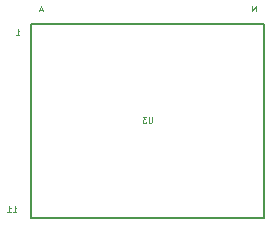
<source format=gbr>
%TF.GenerationSoftware,KiCad,Pcbnew,(6.0.9)*%
%TF.CreationDate,2023-03-19T17:38:48-07:00*%
%TF.ProjectId,OneInchEye,4f6e6549-6e63-4684-9579-652e6b696361,rev?*%
%TF.SameCoordinates,Original*%
%TF.FileFunction,Legend,Bot*%
%TF.FilePolarity,Positive*%
%FSLAX46Y46*%
G04 Gerber Fmt 4.6, Leading zero omitted, Abs format (unit mm)*
G04 Created by KiCad (PCBNEW (6.0.9)) date 2023-03-19 17:38:48*
%MOMM*%
%LPD*%
G01*
G04 APERTURE LIST*
%ADD10C,0.125000*%
%ADD11C,0.200000*%
G04 APERTURE END LIST*
D10*
X147280952Y-103026190D02*
X147280952Y-103430952D01*
X147257142Y-103478571D01*
X147233333Y-103502380D01*
X147185714Y-103526190D01*
X147090476Y-103526190D01*
X147042857Y-103502380D01*
X147019047Y-103478571D01*
X146995238Y-103430952D01*
X146995238Y-103026190D01*
X146804761Y-103026190D02*
X146495238Y-103026190D01*
X146661904Y-103216666D01*
X146590476Y-103216666D01*
X146542857Y-103240476D01*
X146519047Y-103264285D01*
X146495238Y-103311904D01*
X146495238Y-103430952D01*
X146519047Y-103478571D01*
X146542857Y-103502380D01*
X146590476Y-103526190D01*
X146733333Y-103526190D01*
X146780952Y-103502380D01*
X146804761Y-103478571D01*
X135495238Y-111088690D02*
X135780952Y-111088690D01*
X135638095Y-111088690D02*
X135638095Y-110588690D01*
X135685714Y-110660119D01*
X135733333Y-110707738D01*
X135780952Y-110731547D01*
X135019047Y-111088690D02*
X135304761Y-111088690D01*
X135161904Y-111088690D02*
X135161904Y-110588690D01*
X135209523Y-110660119D01*
X135257142Y-110707738D01*
X135304761Y-110731547D01*
X156042857Y-94088690D02*
X156042857Y-93588690D01*
X155757142Y-94088690D01*
X155757142Y-93588690D01*
X138019047Y-93945833D02*
X137780952Y-93945833D01*
X138066666Y-94088690D02*
X137900000Y-93588690D01*
X137733333Y-94088690D01*
X135757142Y-96088690D02*
X136042857Y-96088690D01*
X135900000Y-96088690D02*
X135900000Y-95588690D01*
X135947619Y-95660119D01*
X135995238Y-95707738D01*
X136042857Y-95731547D01*
D11*
X156750000Y-95112500D02*
X137050000Y-95112500D01*
X137050000Y-95112500D02*
X137050000Y-111612500D01*
X137050000Y-111612500D02*
X156750000Y-111612500D01*
X156750000Y-111612500D02*
X156750000Y-95112500D01*
M02*

</source>
